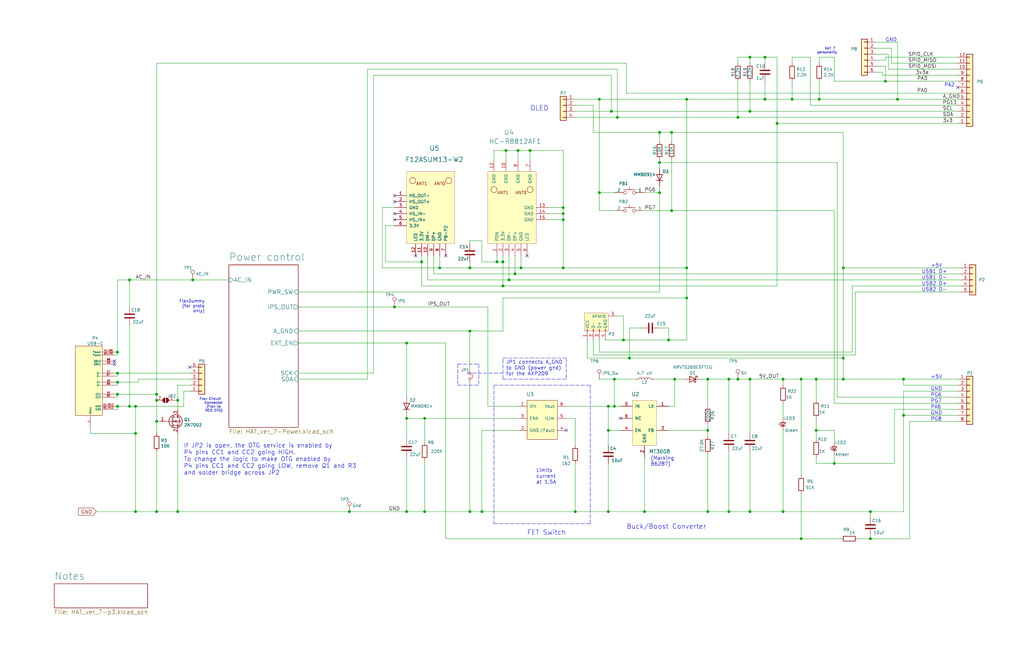
<source format=kicad_sch>
(kicad_sch (version 20210406) (generator eeschema)
  (paper "USLedger")
  (title_block (title "ConnectBox HAT 7") (date "2021-07-10") (rev "7.0.6") (company "ConnectBox") (comment 1 "JRA"))
  (junction (at 49.53 148.59) (diameter 1.016))
  (junction (at 49.53 157.48) (diameter 1.016))
  (junction (at 49.53 161.29) (diameter 1.016))
  (junction (at 49.53 166.37) (diameter 1.016))
  (junction (at 49.53 171.45) (diameter 1.016))
  (junction (at 54.61 118.11) (diameter 1.016))
  (junction (at 54.61 171.45) (diameter 1.016))
  (junction (at 57.15 171.45) (diameter 1.016))
  (junction (at 57.15 182.88) (diameter 1.016))
  (junction (at 57.15 215.9) (diameter 1.016))
  (junction (at 66.04 166.37) (diameter 1.016))
  (junction (at 66.04 168.91) (diameter 1.016))
  (junction (at 66.04 177.8) (diameter 1.016))
  (junction (at 66.04 215.9) (diameter 1.016))
  (junction (at 74.93 168.91) (diameter 1.016))
  (junction (at 74.93 215.9) (diameter 1.016))
  (junction (at 81.28 118.11) (diameter 1.016))
  (junction (at 147.32 215.9) (diameter 1.016))
  (junction (at 166.37 129.54) (diameter 1.016))
  (junction (at 171.45 144.78) (diameter 1.016))
  (junction (at 171.45 176.53) (diameter 1.016))
  (junction (at 171.45 215.9) (diameter 1.016))
  (junction (at 177.8 110.49) (diameter 1.016))
  (junction (at 179.07 176.53) (diameter 1.016))
  (junction (at 179.07 215.9) (diameter 1.016))
  (junction (at 185.42 113.03) (diameter 1.016))
  (junction (at 198.12 113.03) (diameter 1.016))
  (junction (at 198.12 139.7) (diameter 1.016))
  (junction (at 198.12 215.9) (diameter 1.016))
  (junction (at 203.2 215.9) (diameter 1.016))
  (junction (at 209.55 110.49) (diameter 1.016))
  (junction (at 212.09 110.49) (diameter 1.016))
  (junction (at 212.09 120.65) (diameter 1.016))
  (junction (at 213.36 63.5) (diameter 1.016))
  (junction (at 214.63 118.11) (diameter 1.016))
  (junction (at 217.17 115.57) (diameter 1.016))
  (junction (at 218.44 63.5) (diameter 1.016))
  (junction (at 219.71 113.03) (diameter 1.016))
  (junction (at 223.52 63.5) (diameter 1.016))
  (junction (at 237.49 87.63) (diameter 1.016))
  (junction (at 237.49 90.17) (diameter 1.016))
  (junction (at 237.49 92.71) (diameter 1.016))
  (junction (at 237.49 113.03) (diameter 1.016))
  (junction (at 242.57 215.9) (diameter 1.016))
  (junction (at 252.73 41.91) (diameter 1.016))
  (junction (at 252.73 81.28) (diameter 1.016))
  (junction (at 256.54 171.45) (diameter 1.016))
  (junction (at 256.54 181.61) (diameter 1.016))
  (junction (at 256.54 215.9) (diameter 1.016))
  (junction (at 257.81 46.99) (diameter 1.016))
  (junction (at 259.08 160.02) (diameter 1.016))
  (junction (at 259.08 171.45) (diameter 1.016))
  (junction (at 260.35 49.53) (diameter 1.016))
  (junction (at 262.89 143.51) (diameter 1.016))
  (junction (at 265.43 151.13) (diameter 1.016))
  (junction (at 271.78 215.9) (diameter 1.016))
  (junction (at 278.13 55.88) (diameter 1.016))
  (junction (at 278.13 68.58) (diameter 1.016))
  (junction (at 278.13 81.28) (diameter 1.016))
  (junction (at 281.94 143.51) (diameter 1.016))
  (junction (at 283.21 55.88) (diameter 1.016))
  (junction (at 283.21 88.9) (diameter 1.016))
  (junction (at 284.48 160.02) (diameter 1.016))
  (junction (at 289.56 41.91) (diameter 1.016))
  (junction (at 289.56 113.03) (diameter 1.016))
  (junction (at 289.56 125.73) (diameter 1.016))
  (junction (at 298.45 160.02) (diameter 1.016))
  (junction (at 298.45 181.61) (diameter 1.016))
  (junction (at 298.45 215.9) (diameter 1.016))
  (junction (at 307.34 160.02) (diameter 1.016))
  (junction (at 307.34 215.9) (diameter 1.016))
  (junction (at 311.15 49.53) (diameter 1.016))
  (junction (at 311.15 160.02) (diameter 1.016))
  (junction (at 316.23 24.13) (diameter 1.016))
  (junction (at 316.23 46.99) (diameter 1.016))
  (junction (at 316.23 160.02) (diameter 1.016))
  (junction (at 316.23 215.9) (diameter 1.016))
  (junction (at 322.58 24.13) (diameter 1.016))
  (junction (at 322.58 41.91) (diameter 1.016))
  (junction (at 327.66 52.07) (diameter 1.016))
  (junction (at 330.2 160.02) (diameter 1.016))
  (junction (at 330.2 215.9) (diameter 1.016))
  (junction (at 334.01 41.91) (diameter 1.016))
  (junction (at 337.82 160.02) (diameter 1.016))
  (junction (at 337.82 227.33) (diameter 1.016))
  (junction (at 344.17 160.02) (diameter 1.016))
  (junction (at 344.17 181.61) (diameter 1.016))
  (junction (at 345.44 41.91) (diameter 1.016))
  (junction (at 351.79 195.58) (diameter 1.016))
  (junction (at 355.6 113.03) (diameter 1.016))
  (junction (at 355.6 151.13) (diameter 1.016))
  (junction (at 355.6 160.02) (diameter 1.016))
  (junction (at 367.03 215.9) (diameter 1.016))
  (junction (at 367.03 227.33) (diameter 1.016))
  (junction (at 373.38 34.29) (diameter 1.016))
  (junction (at 378.46 41.91) (diameter 1.016))
  (junction (at 381 160.02) (diameter 1.016))
  (junction (at 381 175.26) (diameter 1.016))
  (no_connect (at 48.26 152.4))
  (no_connect (at 48.26 153.67))
  (no_connect (at 80.01 154.94))
  (no_connect (at 166.37 82.55))
  (no_connect (at 166.37 85.09))
  (no_connect (at 166.37 90.17))
  (no_connect (at 166.37 92.71))
  (no_connect (at 175.26 107.95))
  (no_connect (at 187.96 107.95))
  (no_connect (at 222.25 107.95))
  (no_connect (at 238.76 181.61))
  (no_connect (at 261.62 176.53))
  (no_connect (at 403.86 36.83))
  (wire (pts (xy 38.1 180.34) (xy 38.1 182.88)))
  (wire (pts (xy 38.1 182.88) (xy 57.15 182.88)))
  (wire (pts (xy 40.64 215.9) (xy 57.15 215.9)))
  (wire (pts (xy 48.26 148.59) (xy 49.53 148.59)) (stroke (width 0.1524)))
  (wire (pts (xy 48.26 149.86) (xy 49.53 149.86)))
  (wire (pts (xy 48.26 157.48) (xy 49.53 157.48)))
  (wire (pts (xy 48.26 158.75) (xy 49.53 158.75)))
  (wire (pts (xy 48.26 162.56) (xy 49.53 162.56)))
  (wire (pts (xy 48.26 171.45) (xy 49.53 171.45)))
  (wire (pts (xy 48.26 172.72) (xy 49.53 172.72)))
  (wire (pts (xy 49.53 118.11) (xy 49.53 148.59)))
  (wire (pts (xy 49.53 118.11) (xy 54.61 118.11)))
  (wire (pts (xy 49.53 149.86) (xy 49.53 148.59)))
  (wire (pts (xy 49.53 157.48) (xy 80.01 157.48)))
  (wire (pts (xy 49.53 158.75) (xy 49.53 157.48)))
  (wire (pts (xy 49.53 161.29) (xy 48.26 161.29)))
  (wire (pts (xy 49.53 162.56) (xy 49.53 161.29)))
  (wire (pts (xy 49.53 166.37) (xy 48.26 166.37)))
  (wire (pts (xy 49.53 166.37) (xy 49.53 167.64)))
  (wire (pts (xy 49.53 167.64) (xy 48.26 167.64)))
  (wire (pts (xy 49.53 171.45) (xy 54.61 171.45)))
  (wire (pts (xy 49.53 172.72) (xy 49.53 171.45)))
  (wire (pts (xy 54.61 118.11) (xy 54.61 129.54)))
  (wire (pts (xy 54.61 118.11) (xy 81.28 118.11)))
  (wire (pts (xy 54.61 137.16) (xy 54.61 171.45)))
  (wire (pts (xy 54.61 171.45) (xy 57.15 171.45)))
  (wire (pts (xy 57.15 171.45) (xy 57.15 182.88)))
  (wire (pts (xy 57.15 182.88) (xy 57.15 215.9)))
  (wire (pts (xy 57.15 215.9) (xy 66.04 215.9)))
  (wire (pts (xy 58.42 160.02) (xy 58.42 161.29)))
  (wire (pts (xy 58.42 160.02) (xy 80.01 160.02)))
  (wire (pts (xy 58.42 161.29) (xy 49.53 161.29)))
  (wire (pts (xy 66.04 26.67) (xy 264.16 26.67)))
  (wire (pts (xy 66.04 166.37) (xy 49.53 166.37)))
  (wire (pts (xy 66.04 166.37) (xy 66.04 26.67)))
  (wire (pts (xy 66.04 168.91) (xy 66.04 166.37)))
  (wire (pts (xy 66.04 177.8) (xy 66.04 168.91)))
  (wire (pts (xy 66.04 177.8) (xy 66.04 182.88)))
  (wire (pts (xy 66.04 190.5) (xy 66.04 215.9)))
  (wire (pts (xy 66.04 215.9) (xy 74.93 215.9)))
  (wire (pts (xy 67.31 177.8) (xy 66.04 177.8)))
  (wire (pts (xy 73.66 168.91) (xy 74.93 168.91)))
  (wire (pts (xy 74.93 162.56) (xy 74.93 168.91)))
  (wire (pts (xy 74.93 168.91) (xy 74.93 172.72)))
  (wire (pts (xy 74.93 182.88) (xy 74.93 215.9)))
  (wire (pts (xy 74.93 215.9) (xy 147.32 215.9)))
  (wire (pts (xy 77.47 165.1) (xy 77.47 171.45)))
  (wire (pts (xy 77.47 171.45) (xy 57.15 171.45)))
  (wire (pts (xy 80.01 162.56) (xy 74.93 162.56)))
  (wire (pts (xy 80.01 165.1) (xy 77.47 165.1)))
  (wire (pts (xy 81.28 118.11) (xy 96.52 118.11)))
  (wire (pts (xy 125.73 123.19) (xy 278.13 123.19)))
  (wire (pts (xy 125.73 129.54) (xy 166.37 129.54)))
  (wire (pts (xy 125.73 139.7) (xy 198.12 139.7)))
  (wire (pts (xy 125.73 144.78) (xy 171.45 144.78)))
  (wire (pts (xy 147.32 215.9) (xy 171.45 215.9)))
  (wire (pts (xy 154.94 29.21) (xy 154.94 160.02)))
  (wire (pts (xy 154.94 29.21) (xy 260.35 29.21)))
  (wire (pts (xy 154.94 160.02) (xy 125.73 160.02)))
  (wire (pts (xy 157.48 31.75) (xy 157.48 157.48)))
  (wire (pts (xy 157.48 31.75) (xy 257.81 31.75)))
  (wire (pts (xy 157.48 157.48) (xy 125.73 157.48)))
  (wire (pts (xy 161.29 87.63) (xy 161.29 113.03)))
  (wire (pts (xy 161.29 113.03) (xy 185.42 113.03)))
  (wire (pts (xy 162.56 95.25) (xy 162.56 110.49)))
  (wire (pts (xy 162.56 110.49) (xy 177.8 110.49)))
  (wire (pts (xy 166.37 87.63) (xy 161.29 87.63)))
  (wire (pts (xy 166.37 95.25) (xy 162.56 95.25)))
  (wire (pts (xy 166.37 129.54) (xy 205.74 129.54)))
  (wire (pts (xy 171.45 144.78) (xy 171.45 167.64)))
  (wire (pts (xy 171.45 144.78) (xy 187.96 144.78)))
  (wire (pts (xy 171.45 175.26) (xy 171.45 176.53)))
  (wire (pts (xy 171.45 176.53) (xy 179.07 176.53)))
  (wire (pts (xy 171.45 185.42) (xy 171.45 176.53)))
  (wire (pts (xy 171.45 193.04) (xy 171.45 215.9)))
  (wire (pts (xy 177.8 107.95) (xy 177.8 110.49)))
  (wire (pts (xy 177.8 120.65) (xy 177.8 110.49)))
  (wire (pts (xy 179.07 176.53) (xy 218.44 176.53)))
  (wire (pts (xy 179.07 186.69) (xy 179.07 176.53)))
  (wire (pts (xy 179.07 194.31) (xy 179.07 215.9)))
  (wire (pts (xy 179.07 215.9) (xy 171.45 215.9)))
  (wire (pts (xy 180.34 118.11) (xy 180.34 107.95)))
  (wire (pts (xy 182.88 115.57) (xy 182.88 107.95)))
  (wire (pts (xy 185.42 107.95) (xy 185.42 113.03)))
  (wire (pts (xy 185.42 113.03) (xy 198.12 113.03)))
  (wire (pts (xy 187.96 144.78) (xy 187.96 227.33)))
  (wire (pts (xy 198.12 101.6) (xy 203.2 101.6)))
  (wire (pts (xy 198.12 102.87) (xy 198.12 101.6)))
  (wire (pts (xy 198.12 110.49) (xy 198.12 113.03)))
  (wire (pts (xy 198.12 113.03) (xy 219.71 113.03)))
  (wire (pts (xy 198.12 139.7) (xy 198.12 156.21)))
  (wire (pts (xy 198.12 161.29) (xy 198.12 215.9)))
  (wire (pts (xy 198.12 215.9) (xy 179.07 215.9)))
  (wire (pts (xy 203.2 101.6) (xy 203.2 110.49)))
  (wire (pts (xy 203.2 110.49) (xy 209.55 110.49)))
  (wire (pts (xy 203.2 181.61) (xy 203.2 215.9)))
  (wire (pts (xy 203.2 215.9) (xy 198.12 215.9)))
  (wire (pts (xy 203.2 215.9) (xy 242.57 215.9)))
  (wire (pts (xy 205.74 171.45) (xy 205.74 129.54)))
  (wire (pts (xy 208.28 63.5) (xy 213.36 63.5)))
  (wire (pts (xy 208.28 67.31) (xy 208.28 63.5)))
  (wire (pts (xy 209.55 107.95) (xy 209.55 110.49)))
  (wire (pts (xy 209.55 110.49) (xy 212.09 110.49)))
  (wire (pts (xy 212.09 107.95) (xy 212.09 110.49)))
  (wire (pts (xy 212.09 110.49) (xy 212.09 120.65)))
  (wire (pts (xy 212.09 120.65) (xy 177.8 120.65)))
  (wire (pts (xy 212.09 120.65) (xy 327.66 120.65)))
  (wire (pts (xy 212.09 125.73) (xy 212.09 139.7)))
  (wire (pts (xy 212.09 125.73) (xy 289.56 125.73)))
  (wire (pts (xy 212.09 139.7) (xy 198.12 139.7)))
  (wire (pts (xy 213.36 63.5) (xy 218.44 63.5)))
  (wire (pts (xy 213.36 67.31) (xy 213.36 63.5)))
  (wire (pts (xy 214.63 107.95) (xy 214.63 118.11)))
  (wire (pts (xy 214.63 118.11) (xy 180.34 118.11)))
  (wire (pts (xy 214.63 118.11) (xy 405.13 118.11)))
  (wire (pts (xy 217.17 107.95) (xy 217.17 115.57)))
  (wire (pts (xy 217.17 115.57) (xy 182.88 115.57)))
  (wire (pts (xy 217.17 115.57) (xy 405.13 115.57)))
  (wire (pts (xy 218.44 63.5) (xy 223.52 63.5)))
  (wire (pts (xy 218.44 67.31) (xy 218.44 63.5)))
  (wire (pts (xy 218.44 171.45) (xy 205.74 171.45)))
  (wire (pts (xy 218.44 181.61) (xy 203.2 181.61)))
  (wire (pts (xy 219.71 107.95) (xy 219.71 113.03)))
  (wire (pts (xy 219.71 113.03) (xy 237.49 113.03)))
  (wire (pts (xy 223.52 63.5) (xy 223.52 67.31)))
  (wire (pts (xy 223.52 63.5) (xy 237.49 63.5)))
  (wire (pts (xy 231.14 87.63) (xy 237.49 87.63)))
  (wire (pts (xy 231.14 90.17) (xy 237.49 90.17)))
  (wire (pts (xy 231.14 92.71) (xy 237.49 92.71)))
  (wire (pts (xy 237.49 63.5) (xy 237.49 87.63)))
  (wire (pts (xy 237.49 87.63) (xy 237.49 90.17)))
  (wire (pts (xy 237.49 90.17) (xy 237.49 92.71)))
  (wire (pts (xy 237.49 92.71) (xy 237.49 113.03)))
  (wire (pts (xy 237.49 113.03) (xy 289.56 113.03)))
  (wire (pts (xy 238.76 171.45) (xy 256.54 171.45)))
  (wire (pts (xy 238.76 176.53) (xy 242.57 176.53)))
  (wire (pts (xy 242.57 41.91) (xy 252.73 41.91)))
  (wire (pts (xy 242.57 46.99) (xy 257.81 46.99)))
  (wire (pts (xy 242.57 49.53) (xy 260.35 49.53)))
  (wire (pts (xy 242.57 176.53) (xy 242.57 187.96)))
  (wire (pts (xy 242.57 215.9) (xy 242.57 195.58)))
  (wire (pts (xy 247.65 143.51) (xy 247.65 151.13)))
  (wire (pts (xy 247.65 151.13) (xy 265.43 151.13)))
  (wire (pts (xy 250.19 44.45) (xy 242.57 44.45)))
  (wire (pts (xy 250.19 55.88) (xy 250.19 44.45)))
  (wire (pts (xy 250.19 55.88) (xy 278.13 55.88)))
  (wire (pts (xy 250.19 143.51) (xy 250.19 149.86)))
  (wire (pts (xy 250.19 149.86) (xy 360.68 149.86)))
  (wire (pts (xy 252.73 41.91) (xy 252.73 81.28)))
  (wire (pts (xy 252.73 41.91) (xy 289.56 41.91)))
  (wire (pts (xy 252.73 81.28) (xy 252.73 88.9)))
  (wire (pts (xy 252.73 81.28) (xy 259.08 81.28)))
  (wire (pts (xy 252.73 88.9) (xy 259.08 88.9)))
  (wire (pts (xy 252.73 148.59) (xy 252.73 143.51)))
  (wire (pts (xy 252.73 148.59) (xy 359.41 148.59)))
  (wire (pts (xy 255.27 143.51) (xy 262.89 143.51)))
  (wire (pts (xy 256.54 171.45) (xy 256.54 181.61)))
  (wire (pts (xy 256.54 171.45) (xy 259.08 171.45)))
  (wire (pts (xy 256.54 181.61) (xy 256.54 187.96)))
  (wire (pts (xy 256.54 195.58) (xy 256.54 215.9)))
  (wire (pts (xy 256.54 215.9) (xy 242.57 215.9)))
  (wire (pts (xy 257.81 31.75) (xy 257.81 46.99)))
  (wire (pts (xy 257.81 46.99) (xy 316.23 46.99)))
  (wire (pts (xy 259.08 160.02) (xy 252.73 160.02)))
  (wire (pts (xy 259.08 160.02) (xy 259.08 171.45)))
  (wire (pts (xy 259.08 160.02) (xy 267.97 160.02)))
  (wire (pts (xy 259.08 171.45) (xy 261.62 171.45)))
  (wire (pts (xy 260.35 29.21) (xy 260.35 49.53)))
  (wire (pts (xy 260.35 49.53) (xy 311.15 49.53)))
  (wire (pts (xy 260.35 133.35) (xy 262.89 133.35)))
  (wire (pts (xy 261.62 181.61) (xy 256.54 181.61)))
  (wire (pts (xy 262.89 133.35) (xy 262.89 143.51)))
  (wire (pts (xy 262.89 143.51) (xy 281.94 143.51)))
  (wire (pts (xy 264.16 26.67) (xy 264.16 39.37)))
  (wire (pts (xy 264.16 39.37) (xy 403.86 39.37)))
  (wire (pts (xy 265.43 138.43) (xy 265.43 151.13)))
  (wire (pts (xy 265.43 138.43) (xy 270.51 138.43)))
  (wire (pts (xy 265.43 151.13) (xy 355.6 151.13)))
  (wire (pts (xy 271.78 81.28) (xy 278.13 81.28)))
  (wire (pts (xy 271.78 88.9) (xy 283.21 88.9)))
  (wire (pts (xy 271.78 193.04) (xy 271.78 215.9)))
  (wire (pts (xy 271.78 215.9) (xy 256.54 215.9)))
  (wire (pts (xy 275.59 160.02) (xy 284.48 160.02)))
  (wire (pts (xy 278.13 55.88) (xy 283.21 55.88)))
  (wire (pts (xy 278.13 59.69) (xy 278.13 55.88)))
  (wire (pts (xy 278.13 67.31) (xy 278.13 68.58)))
  (wire (pts (xy 278.13 68.58) (xy 278.13 71.12)))
  (wire (pts (xy 278.13 68.58) (xy 353.06 68.58)))
  (wire (pts (xy 278.13 78.74) (xy 278.13 81.28)))
  (wire (pts (xy 278.13 81.28) (xy 278.13 123.19)))
  (wire (pts (xy 278.13 138.43) (xy 281.94 138.43)))
  (wire (pts (xy 281.94 138.43) (xy 281.94 143.51)))
  (wire (pts (xy 281.94 143.51) (xy 289.56 143.51)))
  (wire (pts (xy 281.94 181.61) (xy 298.45 181.61)))
  (wire (pts (xy 283.21 55.88) (xy 355.6 55.88)))
  (wire (pts (xy 283.21 59.69) (xy 283.21 55.88)))
  (wire (pts (xy 283.21 67.31) (xy 283.21 88.9)))
  (wire (pts (xy 283.21 88.9) (xy 351.79 88.9)))
  (wire (pts (xy 284.48 160.02) (xy 284.48 171.45)))
  (wire (pts (xy 284.48 160.02) (xy 288.29 160.02)))
  (wire (pts (xy 284.48 171.45) (xy 281.94 171.45)))
  (wire (pts (xy 289.56 41.91) (xy 289.56 113.03)))
  (wire (pts (xy 289.56 41.91) (xy 322.58 41.91)))
  (wire (pts (xy 289.56 113.03) (xy 289.56 125.73)))
  (wire (pts (xy 289.56 125.73) (xy 289.56 143.51)))
  (wire (pts (xy 295.91 160.02) (xy 298.45 160.02)))
  (wire (pts (xy 298.45 160.02) (xy 307.34 160.02)))
  (wire (pts (xy 298.45 171.45) (xy 298.45 160.02)))
  (wire (pts (xy 298.45 179.07) (xy 298.45 181.61)))
  (wire (pts (xy 298.45 181.61) (xy 298.45 184.15)))
  (wire (pts (xy 298.45 215.9) (xy 271.78 215.9)))
  (wire (pts (xy 298.45 215.9) (xy 298.45 191.77)))
  (wire (pts (xy 307.34 160.02) (xy 307.34 182.88)))
  (wire (pts (xy 307.34 160.02) (xy 311.15 160.02)))
  (wire (pts (xy 307.34 215.9) (xy 298.45 215.9)))
  (wire (pts (xy 307.34 215.9) (xy 307.34 190.5)))
  (wire (pts (xy 311.15 24.13) (xy 311.15 26.67)))
  (wire (pts (xy 311.15 24.13) (xy 316.23 24.13)))
  (wire (pts (xy 311.15 49.53) (xy 311.15 34.29)))
  (wire (pts (xy 311.15 49.53) (xy 403.86 49.53)))
  (wire (pts (xy 311.15 160.02) (xy 316.23 160.02)))
  (wire (pts (xy 316.23 24.13) (xy 316.23 26.67)))
  (wire (pts (xy 316.23 24.13) (xy 322.58 24.13)))
  (wire (pts (xy 316.23 46.99) (xy 316.23 34.29)))
  (wire (pts (xy 316.23 46.99) (xy 403.86 46.99)))
  (wire (pts (xy 316.23 160.02) (xy 316.23 182.88)))
  (wire (pts (xy 316.23 160.02) (xy 330.2 160.02)))
  (wire (pts (xy 316.23 215.9) (xy 307.34 215.9)))
  (wire (pts (xy 316.23 215.9) (xy 316.23 190.5)))
  (wire (pts (xy 322.58 24.13) (xy 322.58 26.67)))
  (wire (pts (xy 322.58 24.13) (xy 327.66 24.13)))
  (wire (pts (xy 322.58 34.29) (xy 322.58 41.91)))
  (wire (pts (xy 322.58 41.91) (xy 334.01 41.91)))
  (wire (pts (xy 327.66 24.13) (xy 327.66 52.07)))
  (wire (pts (xy 327.66 52.07) (xy 327.66 120.65)))
  (wire (pts (xy 327.66 52.07) (xy 403.86 52.07)))
  (wire (pts (xy 330.2 160.02) (xy 330.2 162.56)))
  (wire (pts (xy 330.2 160.02) (xy 337.82 160.02)))
  (wire (pts (xy 330.2 170.18) (xy 330.2 176.53)))
  (wire (pts (xy 330.2 181.61) (xy 330.2 215.9)))
  (wire (pts (xy 330.2 215.9) (xy 316.23 215.9)))
  (wire (pts (xy 334.01 24.13) (xy 341.63 24.13)))
  (wire (pts (xy 334.01 26.67) (xy 334.01 24.13)))
  (wire (pts (xy 334.01 34.29) (xy 334.01 41.91)))
  (wire (pts (xy 334.01 41.91) (xy 345.44 41.91)))
  (wire (pts (xy 337.82 160.02) (xy 344.17 160.02)))
  (wire (pts (xy 337.82 200.66) (xy 337.82 160.02)))
  (wire (pts (xy 337.82 208.28) (xy 337.82 227.33)))
  (wire (pts (xy 337.82 227.33) (xy 187.96 227.33)))
  (wire (pts (xy 341.63 24.13) (xy 341.63 44.45)))
  (wire (pts (xy 341.63 44.45) (xy 403.86 44.45)))
  (wire (pts (xy 344.17 160.02) (xy 355.6 160.02)))
  (wire (pts (xy 344.17 168.91) (xy 344.17 160.02)))
  (wire (pts (xy 344.17 176.53) (xy 344.17 181.61)))
  (wire (pts (xy 344.17 181.61) (xy 344.17 185.42)))
  (wire (pts (xy 344.17 193.04) (xy 344.17 195.58)))
  (wire (pts (xy 344.17 195.58) (xy 351.79 195.58)))
  (wire (pts (xy 345.44 24.13) (xy 351.79 24.13)))
  (wire (pts (xy 345.44 26.67) (xy 345.44 24.13)))
  (wire (pts (xy 345.44 34.29) (xy 345.44 41.91)))
  (wire (pts (xy 345.44 41.91) (xy 378.46 41.91)))
  (wire (pts (xy 351.79 24.13) (xy 351.79 34.29)))
  (wire (pts (xy 351.79 34.29) (xy 373.38 34.29)))
  (wire (pts (xy 351.79 88.9) (xy 351.79 170.18)))
  (wire (pts (xy 351.79 170.18) (xy 403.86 170.18)))
  (wire (pts (xy 351.79 181.61) (xy 344.17 181.61)))
  (wire (pts (xy 351.79 181.61) (xy 351.79 186.69)))
  (wire (pts (xy 351.79 195.58) (xy 351.79 191.77)))
  (wire (pts (xy 351.79 195.58) (xy 377.19 195.58)))
  (wire (pts (xy 353.06 68.58) (xy 353.06 167.64)))
  (wire (pts (xy 353.06 167.64) (xy 403.86 167.64)))
  (wire (pts (xy 354.33 227.33) (xy 337.82 227.33)))
  (wire (pts (xy 355.6 55.88) (xy 355.6 113.03)))
  (wire (pts (xy 355.6 113.03) (xy 355.6 151.13)))
  (wire (pts (xy 355.6 113.03) (xy 405.13 113.03)))
  (wire (pts (xy 355.6 151.13) (xy 355.6 160.02)))
  (wire (pts (xy 355.6 160.02) (xy 381 160.02)))
  (wire (pts (xy 359.41 120.65) (xy 359.41 148.59)))
  (wire (pts (xy 360.68 123.19) (xy 405.13 123.19)))
  (wire (pts (xy 360.68 149.86) (xy 360.68 123.19)))
  (wire (pts (xy 361.95 227.33) (xy 367.03 227.33)))
  (wire (pts (xy 367.03 215.9) (xy 330.2 215.9)))
  (wire (pts (xy 367.03 218.44) (xy 367.03 215.9)))
  (wire (pts (xy 367.03 226.06) (xy 367.03 227.33)))
  (wire (pts (xy 367.03 227.33) (xy 383.54 227.33)))
  (wire (pts (xy 369.57 17.78) (xy 378.46 17.78)))
  (wire (pts (xy 369.57 22.86) (xy 374.65 22.86)))
  (wire (pts (xy 369.57 27.94) (xy 373.38 27.94)))
  (wire (pts (xy 372.11 30.48) (xy 369.57 30.48)))
  (wire (pts (xy 372.11 31.75) (xy 372.11 30.48)))
  (wire (pts (xy 372.11 31.75) (xy 403.86 31.75)))
  (wire (pts (xy 373.38 24.13) (xy 373.38 25.4)))
  (wire (pts (xy 373.38 24.13) (xy 403.86 24.13)))
  (wire (pts (xy 373.38 25.4) (xy 369.57 25.4)))
  (wire (pts (xy 373.38 27.94) (xy 373.38 34.29)))
  (wire (pts (xy 373.38 34.29) (xy 403.86 34.29)))
  (wire (pts (xy 374.65 29.21) (xy 374.65 22.86)))
  (wire (pts (xy 374.65 29.21) (xy 403.86 29.21)))
  (wire (pts (xy 375.92 20.32) (xy 369.57 20.32)))
  (wire (pts (xy 375.92 26.67) (xy 375.92 20.32)))
  (wire (pts (xy 375.92 26.67) (xy 403.86 26.67)))
  (wire (pts (xy 377.19 172.72) (xy 377.19 195.58)))
  (wire (pts (xy 377.19 172.72) (xy 403.86 172.72)))
  (wire (pts (xy 378.46 17.78) (xy 378.46 41.91)))
  (wire (pts (xy 378.46 41.91) (xy 403.86 41.91)))
  (wire (pts (xy 381 160.02) (xy 403.86 160.02)))
  (wire (pts (xy 381 162.56) (xy 381 160.02)))
  (wire (pts (xy 381 165.1) (xy 381 175.26)))
  (wire (pts (xy 381 165.1) (xy 403.86 165.1)))
  (wire (pts (xy 381 175.26) (xy 381 215.9)))
  (wire (pts (xy 381 215.9) (xy 367.03 215.9)))
  (wire (pts (xy 383.54 177.8) (xy 403.86 177.8)))
  (wire (pts (xy 383.54 227.33) (xy 383.54 177.8)))
  (wire (pts (xy 403.86 162.56) (xy 381 162.56)))
  (wire (pts (xy 403.86 175.26) (xy 381 175.26)))
  (wire (pts (xy 405.13 120.65) (xy 359.41 120.65)))
  (polyline (pts (xy 193.04 153.67) (xy 193.04 162.56)) (stroke (width 0) (type dash)))
  (polyline (pts (xy 193.04 153.67) (xy 201.93 153.67)) (stroke (width 0) (type dash)))
  (polyline (pts (xy 193.04 162.56) (xy 201.93 162.56)) (stroke (width 0) (type dash)))
  (polyline (pts (xy 196.85 157.48) (xy 212.09 157.48)) (stroke (width 0) (type dash)))
  (polyline (pts (xy 201.93 153.67) (xy 201.93 162.56)) (stroke (width 0) (type dash)))
  (polyline (pts (xy 208.28 162.56) (xy 208.28 220.98)) (stroke (width 0) (type dash)))
  (polyline (pts (xy 208.28 162.56) (xy 248.92 162.56)) (stroke (width 0) (type dash)))
  (polyline (pts (xy 208.28 220.98) (xy 248.92 220.98)) (stroke (width 0) (type dash)))
  (polyline (pts (xy 212.09 151.13) (xy 238.76 151.13)) (stroke (width 0) (type dash)))
  (polyline (pts (xy 212.09 160.02) (xy 212.09 151.13)) (stroke (width 0) (type dash)))
  (polyline (pts (xy 238.76 151.13) (xy 238.76 160.02)) (stroke (width 0) (type dash)))
  (polyline (pts (xy 238.76 160.02) (xy 212.09 160.02)) (stroke (width 0) (type dash)))
  (polyline (pts (xy 248.92 220.98) (xy 248.92 162.56)) (stroke (width 0) (type dash)))
  (text "If JP2 is open, the OTG service is enabled by \nP4 pins CC1 and CC2 going HIGH.\nTo change the logic to make OTG enabled by\nP4 pins CC1 and CC2 going LOW, remove Q1 and R3\nand solder bridge across JP2" (at 77.47 200.66 0) (effects (font (size 1.778 1.778)) (justify left bottom)))
  (text "FlexDummy\n(for proto\nonly)\n" (at 86.36 132.08 180) (effects (font (size 1.27 1.27)) (justify right bottom)))
  (text "Flex Circuit \nConnector\n(Flex to \nNEO OTG)" (at 93.98 173.99 180) (effects (font (size 1.016 1.016)) (justify right bottom)))
  (text "JP1 connects A_GND\nto GND (power gnd)\nfor the AXP209 " (at 213.36 158.75 0) (effects (font (size 1.524 1.524)) (justify left bottom)))
  (text "FET Switch" (at 222.25 226.06 0) (effects (font (size 2.0066 2.0066)) (justify left bottom)))
  (text "OLED" (at 223.52 46.99 0) (effects (font (size 2.032 2.032)) (justify left bottom)))
  (text "Limits \ncurrent \nat 1.5A" (at 226.06 204.47 0) (effects (font (size 1.524 1.524)) (justify left bottom)))
  (text "Buck/Boost Converter" (at 264.16 223.52 0) (effects (font (size 2.0066 2.0066)) (justify left bottom)))
  (text "(Marking\nB6287)" (at 274.32 196.85 0) (effects (font (size 1.524 1.524)) (justify left bottom)))
  (text "HAT 7 \npersonality" (at 353.06 22.86 180) (effects (font (size 1.016 1.016)) (justify right bottom)))
  (text "GND" (at 373.38 17.78 0) (effects (font (size 1.524 1.524)) (justify left bottom)))
  (text "USB1 D+" (at 388.62 115.57 0) (effects (font (size 1.524 1.524)) (justify left bottom)))
  (text "USB1 D-" (at 388.62 118.11 0) (effects (font (size 1.524 1.524)) (justify left bottom)))
  (text "USB2 D+" (at 388.62 120.65 0) (effects (font (size 1.524 1.524)) (justify left bottom)))
  (text "USB2 D-" (at 388.62 123.19 0) (effects (font (size 1.524 1.524)) (justify left bottom)))
  (text "+5V" (at 392.43 113.03 0) (effects (font (size 1.524 1.524)) (justify left bottom)))
  (text "+5V" (at 392.43 160.02 0) (effects (font (size 1.524 1.524)) (justify left bottom)))
  (text "GND" (at 392.43 165.1 0) (effects (font (size 1.524 1.524)) (justify left bottom)))
  (text "PG6" (at 392.43 167.64 0) (effects (font (size 1.524 1.524)) (justify left bottom)))
  (text "PG7" (at 392.43 170.18 0) (effects (font (size 1.524 1.524)) (justify left bottom)))
  (text "PA6" (at 392.43 172.72 0) (effects (font (size 1.524 1.524)) (justify left bottom)))
  (text "GND" (at 392.43 175.26 0) (effects (font (size 1.524 1.524)) (justify left bottom)))
  (text "PG8" (at 392.43 177.8 0) (effects (font (size 1.524 1.524)) (justify left bottom)))
  (text "PA2" (at 402.59 36.83 180) (effects (font (size 1.524 1.524)) (justify right bottom)))
  (label "AC_IN" (at 57.15 118.11 0) (effects (font (size 1.524 1.524))))
  (label "GND" (at 163.83 215.9 0) (effects (font (size 1.524 1.524))))
  (label "IPS_OUT" (at 180.34 129.54 0) (effects (font (size 1.524 1.524))))
  (label "PG6" (at 271.78 81.28 0) (effects (font (size 1.524 1.524))))
  (label "PG7" (at 271.78 88.9 0) (effects (font (size 1.524 1.524))))
  (label "5V_OUT" (at 320.04 160.02 0) (effects (font (size 1.524 1.524))))
  (label "3v3a" (at 386.08 31.75 0) (effects (font (size 1.524 1.524))))
  (label "PA3" (at 391.16 34.29 180) (effects (font (size 1.524 1.524))))
  (label "PA0" (at 391.16 39.37 180) (effects (font (size 1.524 1.524))))
  (label "SPI0_CLK" (at 393.7 24.13 180) (effects (font (size 1.524 1.524))))
  (label "SPI0_MISO" (at 394.97 26.67 180) (effects (font (size 1.524 1.524))))
  (label "SPI0_MOSI" (at 394.97 29.21 180) (effects (font (size 1.524 1.524))))
  (label "A_GND" (at 397.51 41.91 0) (effects (font (size 1.524 1.524))))
  (label "PG11" (at 397.51 44.45 0) (effects (font (size 1.524 1.524))))
  (label "SCL" (at 397.51 46.99 0) (effects (font (size 1.524 1.524))))
  (label "SDA" (at 397.51 49.53 0) (effects (font (size 1.524 1.524))))
  (label "3v3" (at 397.51 52.07 0) (effects (font (size 1.524 1.524))))
  (global_label "GND" (shape input) (at 40.64 215.9 180) (effects (font (size 1.524 1.524))) (property "Intersheet References" "${INTERSHEET_REFS}" (effects hide)))
  (symbol (lib_id "Connector:TestPoint") (at 81.28 118.11 0) (unit 1)
    (property "Reference" "TP1" (at 77.47 113.03 0) (effects (justify left)))
    (property "Value" "AC_IN" (at 82.55 115.57 0) (effects (justify left)))
    (property "Footprint" "TestPoint:TestPoint_THTPad_D1.5mm_Drill0.7mm" (effects hide))
  )
  (symbol (lib_id "Connector:TestPoint") (at 147.32 215.9 0) (unit 1)
    (property "Reference" "TP3" (at 143.51 210.82 0) (effects (justify left)))
    (property "Value" "Gnd" (at 148.59 213.36 0) (effects (justify left)))
    (property "Footprint" "TestPoint:TestPoint_THTPad_D1.5mm_Drill0.7mm" (effects hide))
  )
  (symbol (lib_id "Connector:TestPoint") (at 166.37 129.54 0) (unit 1)
    (property "Reference" "TP4" (at 162.56 124.46 0) (effects (justify left)))
    (property "Value" "IPS" (at 167.64 127 0) (effects (justify left)))
    (property "Footprint" "TestPoint:TestPoint_THTPad_D1.5mm_Drill0.7mm" (effects hide))
  )
  (symbol (lib_id "Connector:TestPoint") (at 252.73 160.02 0) (unit 1)
    (property "Reference" "TP6" (at 248.92 152.4 0) (effects (justify left)))
    (property "Value" "IPS_Sw" (at 254 157.48 0) (effects (justify left)))
    (property "Footprint" "TestPoint:TestPoint_THTPad_D1.5mm_Drill0.7mm" (effects hide))
  )
  (symbol (lib_id "Connector:TestPoint") (at 311.15 160.02 0) (unit 1)
    (property "Reference" "TP5" (at 307.34 152.4 0) (effects (justify left)))
    (property "Value" "5V" (at 312.42 157.48 0) (effects (justify left)))
    (property "Footprint" "TestPoint:TestPoint_THTPad_D1.5mm_Drill0.7mm" (effects hide))
  )
  (symbol (lib_id "Device:L") (at 271.78 160.02 90) (unit 1)
    (property "Reference" "L2" (at 271.78 161.29 90))
    (property "Value" "4.7 uH" (at 271.78 157.48 90))
    (property "Footprint" "CustomComponents:INDUCTOR_SMD_6x6-1" (effects hide))
    (property "Manufacturer" "Taiyo Yuden" (effects hide))
    (property "Manufacturer P/N" "NR6028T4R7M" (effects hide))
    (property "Description" "FIXED IND 4.7UH 3A 40.3 MOHM SMD" (effects hide))
    (property "DigiKey P/N" "587-2100-1-ND" (effects hide))
    (property "Type" "SMD" (effects hide))
  )
  (symbol (lib_id "Device:Jumper_NC_Small") (at 198.12 158.75 270) (unit 1)
    (property "Reference" "JP1" (at 194.31 156.21 90) (effects (justify left)))
    (property "Value" "Jumper_NC_Small" (effects hide))
    (property "Footprint" "CustomComponents:NetConnect-50" (effects hide))
  )
  (symbol (lib_id "Jumper:SolderJumper_2_Open") (at 69.85 168.91 180) (unit 1)
    (property "Reference" "JP2" (at 72.39 167.1278 0))
    (property "Value" "SolderJumper_2_Open" (effects hide))
    (property "Footprint" "Jumper:SolderJumper-2_P1.3mm_Open_TrianglePad1.0x1.5mm" (effects hide))
  )
  (symbol (lib_id "Device:LED_Small") (at 330.2 179.07 90) (unit 1)
    (property "Reference" "LED3" (at 335.28 176.53 90) (effects (justify left)))
    (property "Value" "Green" (at 336.55 181.61 90) (effects (justify left)))
    (property "Footprint" "LED_SMD:LED_0603_1608Metric" (effects hide))
    (property "Manufacturer" "Lite-On Inc." (effects hide))
    (property "Manufacturer P/N" "LTST-C191KFKT" (effects hide))
    (property "Description" "LED GREEN CLEAR 0603 SMD" (effects hide))
    (property "DigiKey P/N" "160-1446-1-ND" (effects hide))
    (property "Type" "SMD" (effects hide))
  )
  (symbol (lib_id "Device:LED_Small") (at 351.79 189.23 90) (unit 1)
    (property "Reference" "LED2" (at 356.87 186.69 90) (effects (justify left)))
    (property "Value" "Amber" (at 358.14 191.77 90) (effects (justify left)))
    (property "Footprint" "LED_SMD:LED_0603_1608Metric" (effects hide))
    (property "Manufacturer" "Lite-On Inc." (effects hide))
    (property "Manufacturer P/N" "LTST-C191KFKT" (effects hide))
    (property "Description" "LED AMBER CLEAR 0603 SMD" (effects hide))
    (property "DigiKey P/N" "160-1445-1-ND" (effects hide))
    (property "Type" "SMD" (effects hide))
  )
  (symbol (lib_id "Device:R") (at 66.04 186.69 0) (unit 1)
    (property "Reference" "R3" (at 67.8181 185.9291 0) (effects (justify left)))
    (property "Value" "10K" (at 67.8181 188.2278 0) (effects (justify left)))
    (property "Footprint" "Resistor_SMD:R_0805_2012Metric" (effects hide))
  )
  (symbol (lib_id "Device:R") (at 179.07 190.5 0) (unit 1)
    (property "Reference" "R6" (at 180.34 186.69 0) (effects (justify left)))
    (property "Value" "220K" (at 181.61 190.5 0) (effects (justify left)))
    (property "Footprint" "Resistor_SMD:R_0805_2012Metric" (effects hide))
    (property "Manufacturer" "Yageo" (effects hide))
    (property "Manufacturer P/N" "RC0805FR-07220KL" (effects hide))
    (property "Description" "RES SMD 220K OHM 1% 1/8W 0805" (effects hide))
    (property "DigiKey P/N" "311-220KCRCT-ND" (effects hide))
    (property "Type" "SMD" (effects hide))
  )
  (symbol (lib_id "Device:R") (at 242.57 191.77 0) (unit 1)
    (property "Reference" "R1" (at 238.76 193.04 0))
    (property "Value" "162" (at 238.76 195.58 0))
    (property "Footprint" "Resistor_SMD:R_0805_2012Metric" (effects hide))
    (property "Manufacturer" "Yageo" (effects hide))
    (property "Manufacturer P/N" "RC0805FR-07162R" (effects hide))
    (property "Description" "RES SMD 162 OHM 1% 1/8W 0805" (effects hide))
    (property "DigiKey P/N" "311-162CRCT-ND" (effects hide))
    (property "Type" "SMD" (effects hide))
  )
  (symbol (lib_id "Device:R") (at 278.13 63.5 180) (unit 1)
    (property "Reference" "R16" (at 276.098 63.5 90))
    (property "Value" "10K" (at 278.13 63.5 90))
    (property "Footprint" "Resistor_SMD:R_0805_2012Metric" (effects hide))
    (property "Manufacturer" "Yageo" (effects hide))
    (property "Manufacturer P/N" "RC0805FR-0710KL" (effects hide))
    (property "Description" "RES SMD 10K OHM 1% 1/8W 0805" (effects hide))
    (property "DigiKey P/N" "311-10.0KCRCT-ND" (effects hide))
    (property "Type" "SMD" (effects hide))
  )
  (symbol (lib_id "Device:R") (at 283.21 63.5 180) (unit 1)
    (property "Reference" "R17" (at 281.178 63.5 90))
    (property "Value" "10K" (at 283.21 63.5 90))
    (property "Footprint" "Resistor_SMD:R_0805_2012Metric" (effects hide))
    (property "Manufacturer" "Yageo" (effects hide))
    (property "Manufacturer P/N" "RC0805FR-0710KL" (effects hide))
    (property "Description" "RES SMD 10K OHM 1% 1/8W 0805" (effects hide))
    (property "DigiKey P/N" "311-10.0KCRCT-ND" (effects hide))
    (property "Type" "SMD" (effects hide))
  )
  (symbol (lib_id "Device:R") (at 298.45 175.26 0) (unit 1)
    (property "Reference" "R26" (at 300.482 175.26 90))
    (property "Value" "200K" (at 298.45 175.26 90))
    (property "Footprint" "Resistor_SMD:R_0805_2012Metric" (effects hide))
    (property "Manufacturer" "Yageo" (effects hide))
    (property "Manufacturer P/N" "RC0805FR-07200KL" (effects hide))
    (property "Description" "RES SMD 200K OHM 1% 1/8W 0805" (effects hide))
    (property "DigiKey P/N" "311-200KCRCT-ND" (effects hide))
    (property "Type" "SMD" (effects hide))
  )
  (symbol (lib_id "Device:R") (at 298.45 187.96 0) (unit 1)
    (property "Reference" "R27" (at 300.482 187.96 90))
    (property "Value" "27.0K" (at 295.91 187.96 90))
    (property "Footprint" "Resistor_SMD:R_0805_2012Metric" (effects hide))
    (property "Manufacturer" "Yageo" (effects hide))
    (property "Manufacturer P/N" "RC0805FR-0727KL" (effects hide))
    (property "Description" "RES SMD 27.0K OHM 1% 1/8W 0805" (effects hide))
    (property "DigiKey P/N" "311-27.0KCRCT-ND" (effects hide))
    (property "Type" "SMD" (effects hide))
  )
  (symbol (lib_id "Device:R") (at 311.15 30.48 180) (unit 1)
    (property "Reference" "R18" (at 309.118 30.48 90))
    (property "Value" "2.2K" (at 311.15 30.48 90))
    (property "Footprint" "Resistor_SMD:R_0805_2012Metric" (effects hide))
    (property "Manufacturer" "Yageo" (effects hide))
    (property "Manufacturer P/N" "RC0805FR-072K2L" (effects hide))
    (property "Description" "RES SMD 2.2K OHM 1% 1/8W 0805" (effects hide))
    (property "DigiKey P/N" "311-2.20KCRCT-ND" (effects hide))
    (property "Type" "SMD" (effects hide))
  )
  (symbol (lib_id "Device:R") (at 316.23 30.48 180) (unit 1)
    (property "Reference" "R19" (at 314.198 30.48 90))
    (property "Value" "2.2K" (at 316.23 30.48 90))
    (property "Footprint" "Resistor_SMD:R_0805_2012Metric" (effects hide))
    (property "Manufacturer" "Yageo" (effects hide))
    (property "Manufacturer P/N" "RC0805FR-072K2L" (effects hide))
    (property "Description" "RES SMD 2.2K OHM 1% 1/8W 0805" (effects hide))
    (property "DigiKey P/N" "311-2.20KCRCT-ND" (effects hide))
    (property "Type" "SMD" (effects hide))
  )
  (symbol (lib_id "Device:R") (at 330.2 166.37 0) (unit 1)
    (property "Reference" "R22" (at 334.01 165.1 0))
    (property "Value" "1K" (at 332.74 167.64 0))
    (property "Footprint" "Resistor_SMD:R_0805_2012Metric" (effects hide))
    (property "Manufacturer" "Yageo" (effects hide))
    (property "Manufacturer P/N" "RC0805FR-071KL" (effects hide))
    (property "Description" "RES SMD 1K OHM 1% 1/8W 0805" (effects hide))
    (property "DigiKey P/N" "311-1.00KCRCT-ND" (effects hide))
    (property "Type" "SMD" (effects hide))
  )
  (symbol (lib_id "Device:R") (at 334.01 30.48 0) (unit 1)
    (property "Reference" "R12" (at 335.788 29.3116 0) (effects (justify left)))
    (property "Value" "2.2K" (at 335.788 31.623 0) (effects (justify left)))
    (property "Footprint" "Resistor_SMD:R_0805_2012Metric" (effects hide))
    (property "Manufacturer" "Yageo" (effects hide))
    (property "Manufacturer P/N" "RC0805FR-072K2L" (effects hide))
    (property "Description" "RES SMD 2.2K OHM 1% 1/8W 0805" (effects hide))
    (property "DigiKey P/N" "311-2.20KCRCT-ND" (effects hide))
    (property "Type" "SMD" (effects hide))
  )
  (symbol (lib_id "Device:R") (at 337.82 204.47 0) (unit 1)
    (property "Reference" "R5" (at 341.63 203.2 0))
    (property "Value" "51K" (at 341.63 205.74 0))
    (property "Footprint" "Resistor_SMD:R_0805_2012Metric" (effects hide))
    (property "Manufacturer" "Yageo" (effects hide))
    (property "Manufacturer P/N" "RC0805FR-071KL" (effects hide))
    (property "Description" "RES SMD 51K OHM 1% 1/8W 0805" (effects hide))
    (property "DigiKey P/N" "311-51.0KCRCT-ND" (effects hide))
    (property "Type" "SMD" (effects hide))
  )
  (symbol (lib_id "Device:R") (at 344.17 172.72 0) (unit 1)
    (property "Reference" "R11" (at 347.98 171.45 0))
    (property "Value" "1K" (at 346.71 173.99 0))
    (property "Footprint" "Resistor_SMD:R_0805_2012Metric" (effects hide))
    (property "Manufacturer" "Yageo" (effects hide))
    (property "Manufacturer P/N" "RC0805FR-071KL" (effects hide))
    (property "Description" "RES SMD 1K OHM 1% 1/8W 0805" (effects hide))
    (property "DigiKey P/N" "311-1.00KCRCT-ND" (effects hide))
    (property "Type" "SMD" (effects hide))
  )
  (symbol (lib_id "Device:R") (at 344.17 189.23 0) (unit 1)
    (property "Reference" "R10" (at 346.71 185.42 0))
    (property "Value" "1K" (at 346.71 190.5 0))
    (property "Footprint" "Resistor_SMD:R_0805_2012Metric" (effects hide))
    (property "Manufacturer" "Yageo" (effects hide))
    (property "Manufacturer P/N" "RC0805FR-071KL" (effects hide))
    (property "Description" "RES SMD 1K OHM 1% 1/8W 0805" (effects hide))
    (property "DigiKey P/N" "311-1.00KCRCT-ND" (effects hide))
    (property "Type" "SMD" (effects hide))
  )
  (symbol (lib_id "Device:R") (at 345.44 30.48 0) (unit 1)
    (property "Reference" "R14" (at 347.218 29.3116 0) (effects (justify left)))
    (property "Value" "2.2K" (at 347.218 31.623 0) (effects (justify left)))
    (property "Footprint" "Resistor_SMD:R_0805_2012Metric" (effects hide))
    (property "Manufacturer" "Yageo" (effects hide))
    (property "Manufacturer P/N" "RC0805FR-072K2L" (effects hide))
    (property "Description" "RES SMD 2.2K OHM 1% 1/8W 0805" (effects hide))
    (property "DigiKey P/N" "311-2.20KCRCT-ND" (effects hide))
    (property "Type" "SMD" (effects hide))
  )
  (symbol (lib_id "Device:R") (at 358.14 227.33 90) (unit 1)
    (property "Reference" "R9" (at 356.87 223.52 90))
    (property "Value" "1K" (at 359.41 224.79 90))
    (property "Footprint" "Resistor_SMD:R_0805_2012Metric" (effects hide))
    (property "Manufacturer" "Yageo" (effects hide))
    (property "Manufacturer P/N" "RC0805FR-071KL" (effects hide))
    (property "Description" "RES SMD 1K OHM 1% 1/8W 0805" (effects hide))
    (property "DigiKey P/N" "311-1.00KCRCT-ND" (effects hide))
    (property "Type" "SMD" (effects hide))
  )
  (symbol (lib_id "Diode:1N914") (at 171.45 171.45 90) (unit 1)
    (property "Reference" "D2" (at 173.99 168.91 90))
    (property "Value" "MMBD914" (at 177.8 171.45 90))
    (property "Footprint" "Diode_SMD:D_SOT-23_ANK" (effects hide))
    (property "Datasheet" "http://www.vishay.com/docs/85622/1n914.pdf" (effects hide))
    (property "Manufacturer" "ON Semiconductor" (effects hide))
    (property "Manufacturer P/N" "MMBD914LT1G" (effects hide))
    (property "Description" "DIODE GEN PURP 100V 200MA SOT23" (effects hide))
    (property "DigiKey P/N" "MMBD914LT1GOSCT-ND" (effects hide))
    (property "Type" "SMD" (effects hide))
  )
  (symbol (lib_id "Diode:1N914") (at 278.13 74.93 90) (unit 1)
    (property "Reference" "D3" (at 280.67 72.39 90))
    (property "Value" "MMBD914" (at 271.78 73.66 90))
    (property "Footprint" "Diode_SMD:D_SOT-23_ANK" (effects hide))
    (property "Datasheet" "http://www.vishay.com/docs/85622/1n914.pdf" (effects hide))
    (property "Manufacturer" "ON Semiconductor" (effects hide))
    (property "Manufacturer P/N" "MMBD914LT1G" (effects hide))
    (property "Description" "DIODE GEN PURP 100V 200MA SOT23" (effects hide))
    (property "DigiKey P/N" "MMBD914LT1GOSCT-ND" (effects hide))
    (property "Type" "SMD" (effects hide))
  )
  (symbol (lib_id "Device:D_Schottky") (at 292.1 160.02 0) (mirror y) (unit 1)
    (property "Reference" "D1" (at 292.1 157.48 0))
    (property "Value" "NRVTS260ESFT1G" (at 292.1 154.94 0))
    (property "Footprint" "CustomComponents:SOD-123FL" (effects hide))
    (property "Manufacturer" "ON Semiconductor" (effects hide))
    (property "Manufacturer P/N" "NRVTS260ESFT1G" (effects hide))
    (property "Description" "DIODE SCHOTTKY 60V 2A SOD123FL" (effects hide))
    (property "DigiKey P/N" "NRVTS260ESFT1GOSCT-ND" (effects hide))
    (property "Type" "SMD" (effects hide))
  )
  (symbol (lib_id "Device:C") (at 54.61 133.35 0) (unit 1)
    (property "Reference" "C18" (at 55.245 130.81 0) (effects (justify left)))
    (property "Value" "22uF" (at 55.88 135.89 0) (effects (justify left)))
    (property "Footprint" "Capacitor_SMD:C_0805_2012Metric" (effects hide))
    (property "Manufacturer" "KEMET" (effects hide))
    (property "Manufacturer P/N" "C0805C226M8PAC7800" (effects hide))
    (property "Description" "CAP CER 22UF 10V X5R 0805" (effects hide))
    (property "DigiKey P/N" "399-12069-1-ND" (effects hide))
    (property "Type" "SMD" (effects hide))
  )
  (symbol (lib_id "Device:C") (at 171.45 189.23 0) (unit 1)
    (property "Reference" "C17" (at 172.085 186.69 0) (effects (justify left)))
    (property "Value" "22uF" (at 172.72 191.77 0) (effects (justify left)))
    (property "Footprint" "Capacitor_SMD:C_0805_2012Metric" (effects hide))
    (property "Manufacturer" "KEMET" (effects hide))
    (property "Manufacturer P/N" "C0805C226M8PAC7800" (effects hide))
    (property "Description" "CAP CER 22UF 10V X5R 0805" (effects hide))
    (property "DigiKey P/N" "399-12069-1-ND" (effects hide))
    (property "Type" "SMD" (effects hide))
  )
  (symbol (lib_id "Device:C") (at 198.12 106.68 0) (unit 1)
    (property "Reference" "C14" (at 193.675 104.14 0) (effects (justify left)))
    (property "Value" "22uF" (at 193.04 109.22 0) (effects (justify left)))
    (property "Footprint" "Capacitor_SMD:C_0805_2012Metric" (effects hide))
    (property "Manufacturer" "KEMET" (effects hide))
    (property "Manufacturer P/N" "C0805C226M8PAC7800" (effects hide))
    (property "Description" "CAP CER 22UF 10V X5R 0805" (effects hide))
    (property "DigiKey P/N" "399-12069-1-ND" (effects hide))
    (property "Type" "SMD" (effects hide))
  )
  (symbol (lib_id "Device:C") (at 256.54 191.77 0) (unit 1)
    (property "Reference" "C4" (at 257.175 189.23 0) (effects (justify left)))
    (property "Value" "10uF" (at 257.81 194.31 0) (effects (justify left)))
    (property "Footprint" "Capacitor_SMD:C_0805_2012Metric" (effects hide))
    (property "Manufacturer" "Samsung Electro-Mechanics" (effects hide))
    (property "Manufacturer P/N" "CL21A106MPFNNNE" (effects hide))
    (property "Description" "CAP CER 10UF 10V X5R 0805" (effects hide))
    (property "DigiKey P/N" "1276-1144-1-ND" (effects hide))
    (property "Type" "SMD" (effects hide))
  )
  (symbol (lib_id "Device:C") (at 274.32 138.43 270) (unit 1)
    (property "Reference" "C15" (at 276.86 136.525 90) (effects (justify left)))
    (property "Value" "22uF" (at 271.78 133.35 90) (effects (justify left)))
    (property "Footprint" "Capacitor_SMD:C_0805_2012Metric" (effects hide))
    (property "Manufacturer" "KEMET" (effects hide))
    (property "Manufacturer P/N" "C0805C226M8PAC7800" (effects hide))
    (property "Description" "CAP CER 22UF 10V X5R 0805" (effects hide))
    (property "DigiKey P/N" "399-12069-1-ND" (effects hide))
    (property "Type" "SMD" (effects hide))
  )
  (symbol (lib_id "Device:C") (at 307.34 186.69 0) (unit 1)
    (property "Reference" "C7" (at 307.975 184.15 0) (effects (justify left)))
    (property "Value" "22uF" (at 308.61 189.23 0) (effects (justify left)))
    (property "Footprint" "Capacitor_SMD:C_0805_2012Metric" (effects hide))
    (property "Manufacturer" "KEMET" (effects hide))
    (property "Manufacturer P/N" "C0805C226M8PAC7800" (effects hide))
    (property "Description" "CAP CER 22UF 10V X5R 0805" (effects hide))
    (property "DigiKey P/N" "399-12069-1-ND" (effects hide))
    (property "Type" "SMD" (effects hide))
  )
  (symbol (lib_id "Device:C") (at 316.23 186.69 0) (unit 1)
    (property "Reference" "C8" (at 316.865 184.15 0) (effects (justify left)))
    (property "Value" "22uF" (at 316.865 189.23 0) (effects (justify left)))
    (property "Footprint" "Capacitor_SMD:C_0805_2012Metric" (effects hide))
    (property "Manufacturer" "KEMET" (effects hide))
    (property "Manufacturer P/N" "C0805C226M8PAC7800" (effects hide))
    (property "Description" "CAP CER 22UF 10V X5R 0805" (effects hide))
    (property "DigiKey P/N" "399-12069-1-ND" (effects hide))
    (property "Type" "SMD" (effects hide))
  )
  (symbol (lib_id "Device:C") (at 322.58 30.48 0) (unit 1)
    (property "Reference" "C10" (at 318.77 27.94 0) (effects (justify left)))
    (property "Value" "1uF" (at 318.77 33.02 0) (effects (justify left)))
    (property "Footprint" "Capacitor_SMD:C_0805_2012Metric" (effects hide))
    (property "Manufacturer" "KEMET" (effects hide))
    (property "Manufacturer P/N" "C0805C105K8PACTU" (effects hide))
    (property "Description" "CAP CER 1UF 10V X5R 0805" (effects hide))
    (property "DigiKey P/N" "399-8006-1-ND" (effects hide))
    (property "Type" "SMD" (effects hide))
  )
  (symbol (lib_id "Device:C") (at 367.03 222.25 0) (unit 1)
    (property "Reference" "C16" (at 367.665 219.71 0) (effects (justify left)))
    (property "Value" "10uF" (at 368.3 224.79 0) (effects (justify left)))
    (property "Footprint" "Capacitor_SMD:C_0805_2012Metric" (effects hide))
    (property "Manufacturer" "Samsung Electro-Mechanics" (effects hide))
    (property "Manufacturer P/N" "CL21A106MPFNNNE" (effects hide))
    (property "Description" "CAP CER 10UF 10V X5R 0805" (effects hide))
    (property "DigiKey P/N" "1276-1144-1-ND" (effects hide))
    (property "Type" "SMD" (effects hide))
  )
  (symbol (lib_id "Custom_1:SPST-PUSH") (at 265.43 81.28 0) (unit 1)
    (property "Reference" "PB1" (at 262.89 77.47 0))
    (property "Value" "SPST-PUSH" (effects hide))
    (property "Footprint" "CustomComponents:SW-TL3305" (effects hide))
    (property "Manufacturer" "E-Switch" (effects hide))
    (property "Manufacturer P/N" "TL3305AF260QG" (effects hide))
    (property "Description" "SWITCH TACTILE SPST-NO 50MA 12V" (effects hide))
    (property "DigiKey P/N" "EG5353CT-ND" (effects hide))
    (property "Type" "SMD" (effects hide))
  )
  (symbol (lib_id "Custom_1:SPST-PUSH") (at 265.43 88.9 0) (unit 1)
    (property "Reference" "PB2" (at 262.89 85.09 0))
    (property "Value" "SPST-PUSH" (effects hide))
    (property "Footprint" "CustomComponents:SW-TL3305" (effects hide))
    (property "Manufacturer" "E-Switch" (effects hide))
    (property "Manufacturer P/N" "TL3305AF260QG" (effects hide))
    (property "Description" "SWITCH TACTILE SPST-NO 50MA 12V" (effects hide))
    (property "DigiKey P/N" "EG5353CT-ND" (effects hide))
    (property "Type" "SMD" (effects hide))
  )
  (symbol (lib_id "Connector_Generic:Conn_01x04") (at 237.49 44.45 0) (mirror y) (unit 1)
    (property "Reference" "P7" (at 237.49 39.37 0))
    (property "Value" "Conn_01x04" (effects hide))
    (property "Footprint" "Connector_PinHeader_2.54mm:PinHeader_1x04_P2.54mm_Vertical" (effects hide))
    (property "Manufacturer" "Sullins Connector Solutions" (effects hide))
    (property "Manufacturer P/N" "PPPC041LFBN-RC" (effects hide))
    (property "Description" "CONN HDR 4POS 0.1 GOLD PCB" (effects hide))
    (property "DigiKey P/N" "S7037-ND" (effects hide))
    (property "Type" "ThroughHole" (effects hide))
  )
  (symbol (lib_id "Connector_Generic:Conn_01x05") (at 85.09 160.02 0) (mirror x) (unit 1)
    (property "Reference" "P5" (at 85.09 152.4 0))
    (property "Value" "Conn_01x05" (effects hide))
    (property "Footprint" "CustomComponents:SFW5S-2STE1LF" (effects hide))
    (property "Manufacturer" "Amphenol" (effects hide))
    (property "Manufacturer P/N" "SFW5S-2STE1LF" (effects hide))
    (property "Description" "CONN FFC FPC VERT 5POS 1MM SMD" (effects hide))
    (property "DigiKey P/N" "609-1134-1-ND" (effects hide))
    (property "Type" "SMD" (effects hide))
  )
  (symbol (lib_id "Connector_Generic:Conn_01x05") (at 410.21 118.11 0) (unit 1)
    (property "Reference" "P2" (at 414.02 118.11 0))
    (property "Value" "Conn_01x05" (effects hide))
    (property "Footprint" "Connector_PinHeader_2.54mm:PinHeader_1x05_P2.54mm_Vertical" (effects hide))
    (property "Manufacturer" "Sullins Connector Solutions" (effects hide))
    (property "Manufacturer P/N" "PPPC051LFBN-RC" (effects hide))
    (property "Description" "CONN HDR 5POS 0.1 GOLD PCB" (effects hide))
    (property "DigiKey P/N" "S7038-ND" (effects hide))
    (property "Type" "ThroughHole" (effects hide))
  )
  (symbol (lib_id "Connector_Generic:Conn_01x06") (at 364.49 22.86 0) (mirror y) (unit 1)
    (property "Reference" "P8" (at 360.172 20.6968 0))
    (property "Value" "Conn_01x06" (effects hide))
    (property "Footprint" "CustomComponents:SFW6R-1STE1LF" (effects hide))
    (property "Manufacturer" "Amphenol" (effects hide))
    (property "Manufacturer P/N" "SFW6R-1STE1LF" (effects hide))
    (property "Description" "CONN FFC BOTTOM 6POS 1.00MM R/A" (effects hide))
    (property "DigiKey P/N" "609-1889-1-ND" (effects hide))
  )
  (symbol (lib_id "Device:Q_NMOS_GSD") (at 72.39 177.8 0) (unit 1)
    (property "Reference" "Q1" (at 77.5971 177.0391 0) (effects (justify left)))
    (property "Value" "2N7002" (at 77.5971 179.3378 0) (effects (justify left)))
    (property "Footprint" "Package_TO_SOT_SMD:SOT-23" (effects hide))
    (property "Manufacturer" "Toshiba" (effects hide))
    (property "Manufacturer P/N" "T2N7002BK,LM" (effects hide))
    (property "Description" "N-Channel 400mA (Ta) 320mW (Ta) Surface Mount SOT-23-3" (effects hide))
    (property "DigiKey P/N" "T2N7002BKLMCT-ND" (effects hide))
  )
  (symbol (lib_id "Connector_Generic:Conn_01x08") (at 408.94 167.64 0) (unit 1)
    (property "Reference" "P1" (at 407.67 157.48 0) (effects (justify left)))
    (property "Value" "Conn_01x08" (effects hide))
    (property "Footprint" "Connector_PinHeader_2.54mm:PinHeader_1x08_P2.54mm_Vertical" (effects hide))
    (property "Manufacturer" "Sullins Connector Solutions" (effects hide))
    (property "Manufacturer P/N" "PPPC081LFBN-RC" (effects hide))
    (property "Description" "CONN HDR 8POS 0.1 GOLD PCB" (effects hide))
    (property "DigiKey P/N" "S7041-ND" (effects hide))
    (property "Type" "ThroughHole" (effects hide))
  )
  (symbol (lib_id "Custom_1:USB_A_1") (at 252.73 135.89 0) (unit 1)
    (property "Reference" "P3" (at 257.81 140.97 0))
    (property "Value" "USB_A_1" (effects hide))
    (property "Footprint" "CustomComponents:USB_A" (effects hide))
    (property "Manufacturer" "On Shore Technology Inc." (effects hide))
    (property "Manufacturer P/N" "USB-A1HSW6" (effects hide))
    (property "Description" "CONN RCPT TYPEA 4POS R/A - WHITE" (effects hide))
    (property "DigiKey P/N" "ED2989-ND" (effects hide))
    (property "Type" "ThroughHole" (effects hide))
  )
  (symbol (lib_id "Connector_Generic:Conn_01x12") (at 408.94 39.37 0) (mirror x) (unit 1)
    (property "Reference" "P6" (at 413.258 34.4256 0))
    (property "Value" "Conn_01x12" (effects hide))
    (property "Footprint" "Connector_PinHeader_2.54mm:PinHeader_1x12_P2.54mm_Vertical" (effects hide))
    (property "Manufacturer" "Sullins Connector Solutions" (effects hide))
    (property "Manufacturer P/N" "PPPC121LFBN-RC" (effects hide))
    (property "Description" "CONN HDR 12POS 0.1 GOLD PCB" (effects hide))
    (property "DigiKey P/N" "S7045-ND" (effects hide))
  )
  (symbol (lib_id "Custom_1:MIC2019") (at 227.33 175.26 0) (unit 1)
    (property "Reference" "U3" (at 223.52 166.37 0) (effects (font (size 1.524 1.524))))
    (property "Value" "MIC2019" (effects hide))
    (property "Footprint" "CustomComponents:SOT-23-6a" (effects hide))
    (property "Manufacturer" "Microchip Technology" (effects hide))
    (property "Manufacturer P/N" "MIC2019YM6-TR" (effects hide))
    (property "Description" "IC DISTRIBUTION SW ADJ SOT23-6" (effects hide))
    (property "DigiKey P/N" "576-2595-1-ND " (effects hide))
    (property "Type" "SMD" (effects hide))
  )
  (symbol (lib_id "Custom_1:SY7208") (at 271.78 171.45 0) (unit 1)
    (property "Reference" "U2" (at 267.97 166.37 0) (effects (font (size 1.524 1.524))))
    (property "Value" "MT3608" (at 278.13 190.5 0) (effects (font (size 1.524 1.524))))
    (property "Footprint" "CustomComponents:SOT-23-6a" (effects hide))
    (property "Datasheet" "http://www.kynix.com/Detail/584537/MT3608.html" (effects hide))
    (property "Manufacturer" "AEROSEMI" (effects hide))
    (property "Manufacturer P/N" "MT3608" (effects hide))
    (property "Description" "High Efficiency 1.2MHz 2A Step Up Converter" (effects hide))
    (property "Type" "SMD" (effects hide))
  )
  (symbol (lib_id "Custom_1:USB-C") (at 36.83 162.56 0) (unit 1)
    (property "Reference" "P4" (at 40.1574 142.6676 0))
    (property "Value" "USB-C" (at 40.1574 144.9663 0))
    (property "Footprint" "CustomComponents:USB-C-GCT" (effects hide))
    (property "Datasheet" "https://gct.co/files/drawings/usb4105.pdf" (effects hide))
    (property "Manufacturer" "GCT" (effects hide))
    (property "Manufacturer P/N" "USB4105-GF-A" (effects hide))
    (property "Description" "CONN RCP USB2.0 TYP C 24P SMD RA" (effects hide))
    (property "DigiKey P/N" "2073-USB4105-GF-ACT-ND" (effects hide))
  )
  (symbol (lib_id "Custom_1:F12ASUM13-W2") (at 189.23 102.87 0) (unit 1)
    (property "Reference" "U5" (at 180.9877 62.5429 0) (effects (font (size 2.032 2.032)) (justify left)))
    (property "Value" "F12ASUM13-W2" (at 170.8277 67.3384 0) (effects (font (size 2.032 2.032)) (justify left)))
    (property "Footprint" "CustomComponents:F12ASUM13-W2" (effects hide))
  )
  (symbol (lib_id "Custom_1:HC-R8812AU2") (at 223.52 102.87 0) (unit 1)
    (property "Reference" "U4" (at 214.63 55.88 0) (effects (font (size 2.032 2.032))))
    (property "Value" "HC-R8812AF1" (at 217.17 59.69 0) (effects (font (size 2.032 2.032))))
    (property "Footprint" "CustomComponents:HC-R8812AU2-th-1" (effects hide))
  )
  (sheet (at 22.86 246.38) (size 39.37 10.16)
    (property "Sheet name" "Notes" (at 22.86 244.8555 0) (effects (font (size 3.048 3.048)) (justify left bottom)))
    (property "Sheet file" "HAT_ver_7-p3.kicad_sch" (at 22.86 257.2517 0) (effects (font (size 1.778 1.778)) (justify left top)))
  )
  (sheet (at 96.52 111.76) (size 29.21 68.58)
    (property "Sheet name" "Power control" (at 96.52 110.2355 0) (effects (font (size 3.048 3.048)) (justify left bottom)))
    (property "Sheet file" "HAT_ver_7-Power.kicad_sch" (at 96.52 181.0517 0) (effects (font (size 1.778 1.778)) (justify left top)))
    (pin "IPS_OUT" output (at 125.73 129.54 0) (effects (font (size 1.778 1.778))))
    (pin "AC_IN" input (at 96.52 118.11 180) (effects (font (size 1.778 1.778))))
    (pin "EXT_EN" output (at 125.73 144.78 0) (effects (font (size 1.778 1.778))))
    (pin "A_GND" input (at 125.73 139.7 0) (effects (font (size 1.778 1.778))))
    (pin "SCK" input (at 125.73 157.48 0) (effects (font (size 1.778 1.778))))
    (pin "SDA" input (at 125.73 160.02 0) (effects (font (size 1.778 1.778))))
    (pin "PWR_SW" input (at 125.73 123.19 0) (effects (font (size 1.778 1.778))))
  )
)
</source>
